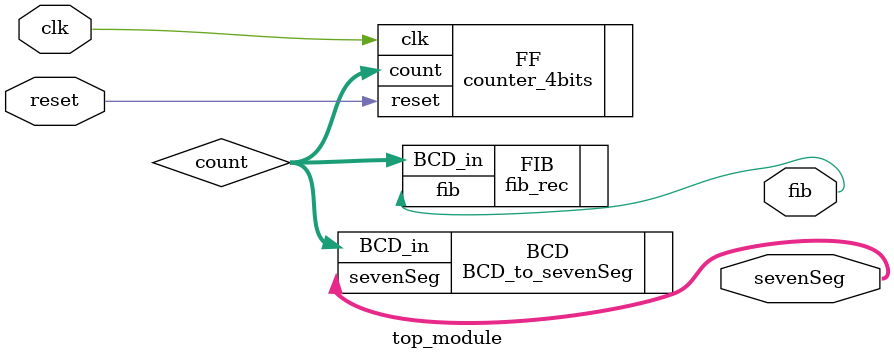
<source format=sv>
`timescale 1ns / 1ps


module top_module(
    input logic clk, reset,
    output logic fib,
    output logic [6:0] sevenSeg
    //output logic onOff
    );
    
    logic [3:0] count;
    
    counter_4bits FF( 
        .clk(clk),
        .reset(reset),
        .count(count)
    );
    
    BCD_to_sevenSeg BCD (
        .BCD_in(count),
        .sevenSeg(sevenSeg)
    );
    
    fib_rec FIB (
        .BCD_in(count),
        .fib(fib)
    );
endmodule

</source>
